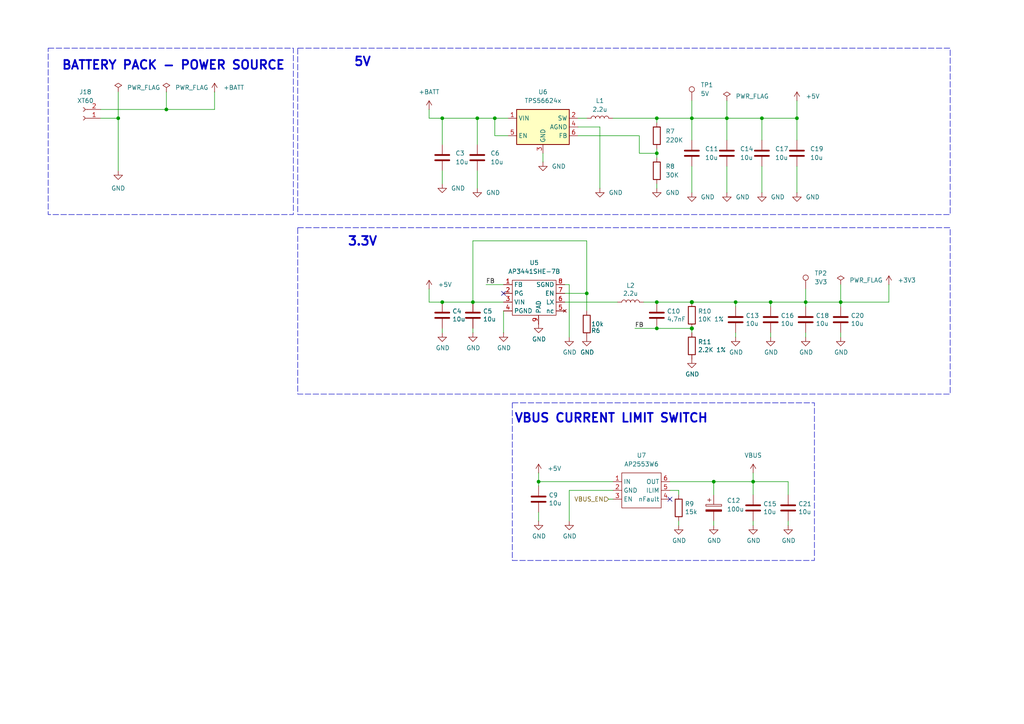
<source format=kicad_sch>
(kicad_sch (version 20250114) (generator "eeschema") (generator_version "9.0")
  (paper "A4")
  (title_block (title "BETA MAIN BOARD - POWER SUPPLY"))
  (lib_symbols
    (symbol "Beta:TPS56624x"
      (property "Reference" "U" (at -7.62 6.35 0))
      (property "Value" "TPS56624x" (at -2.54 6.35 0))
      (symbol "TPS56624x_0_1"
        (rectangle (start -7.62 5.08) (end 7.62 -5.08) (stroke (width 0.254)) (fill (type background)))
      )
      (symbol "TPS56624x_1_1"
        (pin power_in line (at -10.16 2.54 0) (length 2.54) (name "VIN") (number "1"))
        (pin input line (at -10.16 -2.54 0) (length 2.54) (name "EN") (number "5"))
        (pin power_in line (at 0 -7.62 90) (length 2.54) (name "GND") (number "3"))
        (pin output line (at 10.16 2.54 180) (length 2.54) (name "SW") (number "2"))
        (pin passive line (at 10.16 0 180) (length 2.54) (name "AGND") (number "4"))
        (pin input line (at 10.16 -2.54 180) (length 2.54) (name "FB") (number "6"))
      )
    )
    (symbol "CM5IO:AP2553W6"
      (property "Reference" "U" (at 3.81 -6.35 0))
      (property "Value" "AP2553W6" (at -3.81 -6.35 0))
      (symbol "AP2553W6_0_0"
        (pin power_in line (at -8.89 2.54 0) (length 2.54) (name "IN") (number "1"))
        (pin power_in line (at -8.89 0 0) (length 2.54) (name "GND") (number "2"))
        (pin input line (at -8.89 -2.54 0) (length 2.54) (name "EN") (number "3"))
        (pin power_out line (at 7.62 2.54 180) (length 2.54) (name "OUT") (number "6"))
        (pin passive line (at 7.62 0 180) (length 2.54) (name "ILIM") (number "5"))
        (pin open_collector line (at 7.62 -2.54 180) (length 2.54) (name "nFault") (number "4"))
      )
      (symbol "AP2553W6_0_1"
        (rectangle (start -6.35 5.08) (end 5.08 -5.08))
      )
    )
    (symbol "CM5IO:AP3441SHE-7B"
      (property "Reference" "U" (at -6.35 10.16 0))
      (property "Value" "AP3441SHE-7B" (at 0 7.62 0))
      (symbol "AP3441SHE-7B_0_1"
        (rectangle (start -6.35 6.35) (end 6.35 -3.81))
      )
      (symbol "AP3441SHE-7B_1_1"
        (pin passive line (at -8.89 5.08 0) (length 2.54) (name "FB") (number "1"))
        (pin open_collector line (at -8.89 2.54 0) (length 2.54) (name "PG") (number "2"))
        (pin power_in line (at -8.89 0 0) (length 2.54) (name "VIN") (number "3"))
        (pin power_in line (at -8.89 -2.54 0) (length 2.54) (name "PGND") (number "4"))
        (pin input line (at 1.27 -6.35 90) (length 2.54) (name "PAD") (number "9"))
        (pin power_in line (at 8.89 5.08 180) (length 2.54) (name "SGND") (number "8"))
        (pin input line (at 8.89 2.54 180) (length 2.54) (name "EN") (number "7"))
        (pin power_out line (at 8.89 0 180) (length 2.54) (name "LX") (number "6"))
        (pin no_connect line (at 8.89 -2.54 180) (length 2.54) (name "nc") (number "5"))
      )
    )
    (symbol "Connector:Conn_01x02_Socket" (pin_names (offset 1.016) (hide yes))
      (property "Reference" "J" (at 0 2.54 0))
      (property "Value" "Conn_01x02_Socket" (at 0 -5.08 0))
      (symbol "Conn_01x02_Socket_1_1"
        (polyline (pts (xy -1.27 0) (xy -0.508 0)) (stroke (width 0.1524)))
        (polyline (pts (xy -1.27 -2.54) (xy -0.508 -2.54)) (stroke (width 0.1524)))
        (arc (start 0 -0.508) (mid -0.5058 0) (end 0 0.508) (stroke (width 0.1524)))
        (arc (start 0 -3.048) (mid -0.5058 -2.54) (end 0 -2.032) (stroke (width 0.1524)))
        (pin passive line (at -5.08 0 0) (length 3.81) (name "Pin_1") (number "1"))
        (pin passive line (at -5.08 -2.54 0) (length 3.81) (name "Pin_2") (number "2"))
      )
    )
    (symbol "Connector:TestPoint" (pin_numbers (hide yes)) (pin_names (offset 0.762) (hide yes))
      (property "Reference" "TP" (at 0 6.858 0))
      (property "Value" "TestPoint" (at 0 5.08 0))
      (symbol "TestPoint_0_1"
        (circle (center 0 3.302) (radius 0.762))
      )
      (symbol "TestPoint_1_1"
        (pin passive line (at 0 0 90) (length 2.54) (name "1") (number "1"))
      )
    )
    (symbol "Device:C" (pin_numbers (hide yes)) (pin_names (offset 0.254))
      (property "Reference" "C" (at 0.635 2.54 0))
      (property "Value" "C" (at 0.635 -2.54 0))
      (symbol "C_0_1"
        (polyline (pts (xy -2.032 0.762) (xy 2.032 0.762)) (stroke (width 0.508)))
        (polyline (pts (xy -2.032 -0.762) (xy 2.032 -0.762)) (stroke (width 0.508)))
      )
      (symbol "C_1_1"
        (pin passive line (at 0 3.81 270) (length 2.794) (name "~") (number "1"))
        (pin passive line (at 0 -3.81 90) (length 2.794) (name "~") (number "2"))
      )
    )
    (symbol "Device:C_Polarized" (pin_numbers (hide yes)) (pin_names (offset 0.254))
      (property "Reference" "C" (at 0.635 2.54 0))
      (property "Value" "C_Polarized" (at 0.635 -2.54 0))
      (symbol "C_Polarized_0_1"
        (rectangle (start -2.286 0.508) (end 2.286 1.016))
        (polyline (pts (xy -1.778 2.286) (xy -0.762 2.286)))
        (polyline (pts (xy -1.27 2.794) (xy -1.27 1.778)))
        (rectangle (start 2.286 -0.508) (end -2.286 -1.016) (fill (type outline)))
      )
      (symbol "C_Polarized_1_1"
        (pin passive line (at 0 3.81 270) (length 2.794) (name "~") (number "1"))
        (pin passive line (at 0 -3.81 90) (length 2.794) (name "~") (number "2"))
      )
    )
    (symbol "Device:L" (pin_numbers (hide yes)) (pin_names (offset 1.016) (hide yes))
      (property "Reference" "L" (at -1.27 0 90))
      (property "Value" "L" (at 1.905 0 90))
      (symbol "L_0_1"
        (arc (start 0 2.54) (mid 0.6323 1.905) (end 0 1.27))
        (arc (start 0 1.27) (mid 0.6323 0.635) (end 0 0))
        (arc (start 0 0) (mid 0.6323 -0.635) (end 0 -1.27))
        (arc (start 0 -1.27) (mid 0.6323 -1.905) (end 0 -2.54))
      )
      (symbol "L_1_1"
        (pin passive line (at 0 3.81 270) (length 1.27) (name "1") (number "1"))
        (pin passive line (at 0 -3.81 90) (length 1.27) (name "2") (number "2"))
      )
    )
    (symbol "Device:R" (pin_numbers (hide yes)) (pin_names (offset 0))
      (property "Reference" "R" (at 2.032 0 90))
      (property "Value" "R" (at 0 0 90))
      (symbol "R_0_1"
        (rectangle (start -1.016 -2.54) (end 1.016 2.54) (stroke (width 0.254)))
      )
      (symbol "R_1_1"
        (pin passive line (at 0 3.81 270) (length 1.27) (name "~") (number "1"))
        (pin passive line (at 0 -3.81 90) (length 1.27) (name "~") (number "2"))
      )
    )
    (symbol "power:+3V3" (power) (pin_numbers (hide yes)) (pin_names (offset 0) (hide yes))
      (property "Value" "+3V3" (at 0 3.556 0))
      (symbol "+3V3_0_1"
        (polyline (pts (xy -0.762 1.27) (xy 0 2.54)))
        (polyline (pts (xy 0 2.54) (xy 0.762 1.27)))
        (polyline (pts (xy 0 0) (xy 0 2.54)))
      )
      (symbol "+3V3_1_1"
        (pin power_in line (at 0 0 90) (length 0) (name "~") (number "1"))
      )
    )
    (symbol "power:+5V" (power) (pin_numbers (hide yes)) (pin_names (offset 0) (hide yes))
      (property "Value" "+5V" (at 0 3.556 0))
      (symbol "+5V_0_1"
        (polyline (pts (xy -0.762 1.27) (xy 0 2.54)))
        (polyline (pts (xy 0 2.54) (xy 0.762 1.27)))
        (polyline (pts (xy 0 0) (xy 0 2.54)))
      )
      (symbol "+5V_1_1"
        (pin power_in line (at 0 0 90) (length 0) (name "~") (number "1"))
      )
    )
    (symbol "power:+BATT" (power) (pin_numbers (hide yes)) (pin_names (offset 0) (hide yes))
      (property "Value" "+BATT" (at 0 3.556 0))
      (symbol "+BATT_0_1"
        (polyline (pts (xy -0.762 1.27) (xy 0 2.54)))
        (polyline (pts (xy 0 2.54) (xy 0.762 1.27)))
        (polyline (pts (xy 0 0) (xy 0 2.54)))
      )
      (symbol "+BATT_1_1"
        (pin power_in line (at 0 0 90) (length 0) (name "~") (number "1"))
      )
    )
    (symbol "power:GND" (power) (pin_numbers (hide yes)) (pin_names (offset 0) (hide yes))
      (property "Value" "GND" (at 0 -3.81 0))
      (symbol "GND_0_1"
        (polyline (pts (xy 0 0) (xy 0 -1.27) (xy 1.27 -1.27) (xy 0 -2.54) (xy -1.27 -1.27) (xy 0 -1.27)))
      )
      (symbol "GND_1_1"
        (pin power_in line (at 0 0 270) (length 0) (name "~") (number "1"))
      )
    )
    (symbol "power:PWR_FLAG" (power) (pin_numbers (hide yes)) (pin_names (offset 0) (hide yes))
      (property "Value" "PWR_FLAG" (at 0 3.81 0))
      (symbol "PWR_FLAG_0_0"
        (pin power_out line (at 0 0 90) (length 0) (name "~") (number "1"))
      )
      (symbol "PWR_FLAG_0_1"
        (polyline (pts (xy 0 0) (xy 0 1.27) (xy -1.016 1.905) (xy 0 2.54) (xy 1.016 1.905) (xy 0 1.27)))
      )
    )
    (symbol "power:VBUS" (power) (pin_numbers (hide yes)) (pin_names (offset 0) (hide yes))
      (property "Value" "VBUS" (at 0 3.556 0))
      (symbol "VBUS_0_1"
        (polyline (pts (xy -0.762 1.27) (xy 0 2.54)))
        (polyline (pts (xy 0 2.54) (xy 0.762 1.27)))
        (polyline (pts (xy 0 0) (xy 0 2.54)))
      )
      (symbol "VBUS_1_1"
        (pin power_in line (at 0 0 90) (length 0) (name "~") (number "1"))
      )
    )
  )
  (rectangle (start 86.36 13.97) (end 275.59 62.23) (stroke (width 0) (type dash)))
  (rectangle (start 13.97 13.97) (end 85.09 62.23) (stroke (width 0) (type dash)))
  (rectangle (start 148.59 116.84) (end 236.22 162.56) (stroke (width 0) (type dash)))
  (rectangle (start 86.36 66.04) (end 275.59 114.3) (stroke (width 0) (type dash)))
  (text "VBUS CURRENT LIMIT SWITCH" (at 177.292 121.412 0) (effects (font (size 2.54 2.54) (thickness 0.508) (bold yes))))
  (text "3.3V" (at 105.156 70.104 0) (effects (font (size 2.54 2.54) (thickness 0.508) (bold yes))))
  (text "BATTERY PACK - POWER SOURCE" (at 50.292 19.05 0) (effects (font (size 2.54 2.54) (thickness 0.508) (bold yes))))
  (text "5V" (at 105.156 18.034 0) (effects (font (size 2.54 2.54) (thickness 0.508) (bold yes))))
  (junction (at 190.5 95.25))
  (junction (at 200.66 87.63) (diameter 1.016))
  (junction (at 233.68 87.63))
  (junction (at 138.43 34.29))
  (junction (at 190.5 44.45))
  (junction (at 34.29 34.29))
  (junction (at 210.82 34.29))
  (junction (at 231.14 34.29))
  (junction (at 156.21 139.7))
  (junction (at 128.27 34.29))
  (junction (at 190.5 87.63))
  (junction (at 190.5 34.29))
  (junction (at 213.36 87.63))
  (junction (at 143.51 34.29))
  (junction (at 128.27 87.63))
  (junction (at 207.01 139.7))
  (junction (at 137.16 87.63))
  (junction (at 218.44 139.7))
  (junction (at 170.18 85.09))
  (junction (at 243.84 87.63))
  (junction (at 48.26 31.75))
  (junction (at 200.66 34.29))
  (junction (at 223.52 87.63))
  (junction (at 200.66 95.25) (diameter 1.016))
  (junction (at 220.98 34.29))
  (no_connect (at 194.31 144.78))
  (no_connect (at 146.05 85.09))
  (wire (pts (xy 163.83 87.63) (xy 179.07 87.63)))
  (wire (pts (xy 124.46 34.29) (xy 124.46 31.75)))
  (wire (pts (xy 213.36 87.63) (xy 223.52 87.63)))
  (wire (pts (xy 190.5 53.34) (xy 190.5 54.61)))
  (wire (pts (xy 220.98 34.29) (xy 231.14 34.29)))
  (wire (pts (xy 163.83 82.55) (xy 165.1 82.55)))
  (wire (pts (xy 138.43 34.29) (xy 143.51 34.29)))
  (wire (pts (xy 220.98 48.26) (xy 220.98 55.88)))
  (wire (pts (xy 167.64 36.83) (xy 173.99 36.83)))
  (wire (pts (xy 196.85 143.51) (xy 196.85 142.24)))
  (wire (pts (xy 233.68 83.82) (xy 233.68 87.63)))
  (wire (pts (xy 243.84 96.52) (xy 243.84 97.79)))
  (wire (pts (xy 207.01 151.13) (xy 207.01 152.4)))
  (wire (pts (xy 200.66 34.29) (xy 200.66 40.64)))
  (wire (pts (xy 228.6 139.7) (xy 218.44 139.7)))
  (wire (pts (xy 223.52 87.63) (xy 233.68 87.63)))
  (wire (pts (xy 190.5 95.25) (xy 200.66 95.25)))
  (wire (pts (xy 207.01 139.7) (xy 207.01 143.51)))
  (wire (pts (xy 138.43 34.29) (xy 138.43 41.91)))
  (wire (pts (xy 176.53 144.78) (xy 177.8 144.78)))
  (wire (pts (xy 177.8 34.29) (xy 190.5 34.29)))
  (wire (pts (xy 231.14 34.29) (xy 231.14 29.21)))
  (wire (pts (xy 48.26 26.67) (xy 48.26 31.75)))
  (wire (pts (xy 184.15 95.25) (xy 190.5 95.25)))
  (wire (pts (xy 218.44 139.7) (xy 218.44 137.16)))
  (wire (pts (xy 143.51 34.29) (xy 147.32 34.29)))
  (wire (pts (xy 200.66 29.21) (xy 200.66 34.29)))
  (wire (pts (xy 231.14 48.26) (xy 231.14 55.88)))
  (wire (pts (xy 124.46 87.63) (xy 128.27 87.63)))
  (wire (pts (xy 190.5 35.56) (xy 190.5 34.29)))
  (wire (pts (xy 128.27 34.29) (xy 138.43 34.29)))
  (wire (pts (xy 165.1 82.55) (xy 165.1 97.79)))
  (wire (pts (xy 200.66 96.52) (xy 200.66 95.25)))
  (wire (pts (xy 156.21 137.16) (xy 156.21 139.7)))
  (wire (pts (xy 210.82 34.29) (xy 220.98 34.29)))
  (wire (pts (xy 167.64 39.37) (xy 185.42 39.37)))
  (wire (pts (xy 243.84 87.63) (xy 257.81 87.63)))
  (wire (pts (xy 140.97 82.55) (xy 146.05 82.55)))
  (wire (pts (xy 228.6 151.13) (xy 228.6 152.4)))
  (wire (pts (xy 128.27 49.53) (xy 128.27 53.34)))
  (wire (pts (xy 128.27 87.63) (xy 137.16 87.63)))
  (wire (pts (xy 137.16 87.63) (xy 146.05 87.63)))
  (wire (pts (xy 163.83 85.09) (xy 170.18 85.09)))
  (wire (pts (xy 138.43 49.53) (xy 138.43 54.61)))
  (wire (pts (xy 156.21 148.59) (xy 156.21 151.13)))
  (wire (pts (xy 231.14 34.29) (xy 231.14 40.64)))
  (wire (pts (xy 196.85 151.13) (xy 196.85 152.4)))
  (wire (pts (xy 143.51 39.37) (xy 147.32 39.37)))
  (wire (pts (xy 156.21 139.7) (xy 156.21 140.97)))
  (wire (pts (xy 137.16 69.85) (xy 170.18 69.85)))
  (wire (pts (xy 185.42 44.45) (xy 190.5 44.45)))
  (wire (pts (xy 167.64 34.29) (xy 170.18 34.29)))
  (wire (pts (xy 165.1 142.24) (xy 177.8 142.24)))
  (wire (pts (xy 62.23 31.75) (xy 62.23 26.67)))
  (wire (pts (xy 200.66 48.26) (xy 200.66 55.88)))
  (wire (pts (xy 157.48 44.45) (xy 157.48 46.99)))
  (wire (pts (xy 165.1 151.13) (xy 165.1 142.24)))
  (wire (pts (xy 128.27 95.25) (xy 128.27 96.52)))
  (wire (pts (xy 173.99 36.83) (xy 173.99 54.61)))
  (wire (pts (xy 194.31 139.7) (xy 207.01 139.7)))
  (wire (pts (xy 124.46 34.29) (xy 128.27 34.29)))
  (wire (pts (xy 128.27 34.29) (xy 128.27 41.91)))
  (wire (pts (xy 124.46 87.63) (xy 124.46 83.82)))
  (wire (pts (xy 218.44 139.7) (xy 207.01 139.7)))
  (wire (pts (xy 186.69 87.63) (xy 190.5 87.63)))
  (wire (pts (xy 213.36 88.9) (xy 213.36 87.63)))
  (wire (pts (xy 233.68 87.63) (xy 233.68 88.9)))
  (wire (pts (xy 190.5 34.29) (xy 200.66 34.29)))
  (wire (pts (xy 170.18 85.09) (xy 170.18 90.17)))
  (wire (pts (xy 170.18 69.85) (xy 170.18 85.09)))
  (wire (pts (xy 223.52 87.63) (xy 223.52 88.9)))
  (wire (pts (xy 243.84 82.55) (xy 243.84 87.63)))
  (wire (pts (xy 196.85 142.24) (xy 194.31 142.24)))
  (wire (pts (xy 190.5 44.45) (xy 190.5 45.72)))
  (wire (pts (xy 213.36 97.79) (xy 213.36 96.52)))
  (wire (pts (xy 34.29 34.29) (xy 29.21 34.29)))
  (wire (pts (xy 190.5 87.63) (xy 200.66 87.63)))
  (wire (pts (xy 177.8 139.7) (xy 156.21 139.7)))
  (wire (pts (xy 218.44 151.13) (xy 218.44 152.4)))
  (wire (pts (xy 210.82 29.21) (xy 210.82 34.29)))
  (wire (pts (xy 243.84 87.63) (xy 243.84 88.9)))
  (wire (pts (xy 34.29 26.67) (xy 34.29 34.29)))
  (wire (pts (xy 190.5 43.18) (xy 190.5 44.45)))
  (wire (pts (xy 29.21 31.75) (xy 48.26 31.75)))
  (wire (pts (xy 200.66 34.29) (xy 210.82 34.29)))
  (wire (pts (xy 143.51 34.29) (xy 143.51 39.37)))
  (wire (pts (xy 210.82 34.29) (xy 210.82 40.64)))
  (wire (pts (xy 243.84 87.63) (xy 233.68 87.63)))
  (wire (pts (xy 233.68 96.52) (xy 233.68 97.79)))
  (wire (pts (xy 34.29 49.53) (xy 34.29 34.29)))
  (wire (pts (xy 185.42 39.37) (xy 185.42 44.45)))
  (wire (pts (xy 210.82 48.26) (xy 210.82 55.88)))
  (wire (pts (xy 137.16 95.25) (xy 137.16 96.52)))
  (wire (pts (xy 223.52 96.52) (xy 223.52 97.79)))
  (wire (pts (xy 200.66 87.63) (xy 213.36 87.63)))
  (wire (pts (xy 257.81 87.63) (xy 257.81 82.55)))
  (wire (pts (xy 220.98 34.29) (xy 220.98 40.64)))
  (wire (pts (xy 218.44 143.51) (xy 218.44 139.7)))
  (wire (pts (xy 137.16 69.85) (xy 137.16 87.63)))
  (wire (pts (xy 228.6 143.51) (xy 228.6 139.7)))
  (wire (pts (xy 48.26 31.75) (xy 62.23 31.75)))
  (wire (pts (xy 146.05 96.52) (xy 146.05 90.17)))
  (label "FB" (at 140.97 82.55 0))
  (label "FB" (at 184.15 95.25 0))
  (hierarchical_label "VBUS_EN" (shape input) (at 176.53 144.78 180))
  (symbol (lib_id "Device:R") (at 190.5 49.53 0) (unit 1)
    (property "Reference" "R8" (at 193.04 48.2599 0) (effects (justify left)))
    (property "Value" "30K" (at 193.04 50.7999 0) (effects (justify left)))
    (property "Footprint" "Resistor_SMD:R_0603_1608Metric" (effects (hide yes)))
    (property "Description" "Resistor" (effects (hide yes)))
    (property "DigiKey_Part_Number" "311-30KGRTR-ND" (effects (hide yes)))
    (property "MANUFACTURER" "YAGEO" (effects (hide yes)))
    (property "MP" "RC0603JR-0730KL" (effects (hide yes)))
  )
  (symbol (lib_id "Device:C") (at 233.68 92.71 0) (unit 1)
    (property "Reference" "C18" (at 236.601 91.5416 0) (effects (justify left)))
    (property "Value" "10u" (at 236.601 93.853 0) (effects (justify left)))
    (property "Footprint" "Capacitor_SMD:C_0603_1608Metric" (effects (hide yes)))
    (property "Description" "Unpolarized capacitor" (effects (hide yes)))
    (property "Field4" "Digikey" (effects (hide yes)))
    (property "Field5" "490-14381-1-ND" (effects (hide yes)))
    (property "Field6" "GRM21BR71A106KA73L" (effects (hide yes)))
    (property "Field7" "Murata" (effects (hide yes)))
    (property "Field8" "111893011" (effects (hide yes)))
    (property "Part Description" "	10uF 10% 10V Ceramic Capacitor X7R 0805 (2012 Metric)" (effects (hide yes)))
    (property "DigiKey_Part_Number" "478-KGM15CS61C106KTDKR-ND" (effects (hide yes)))
    (property "MANUFACTURER" "KYOCERA AVX" (effects (hide yes)))
    (property "MP" "0603YW106KAT2A" (effects (hide yes)))
  )
  (symbol (lib_id "Device:L") (at 173.99 34.29 90) (unit 1)
    (property "Reference" "L1" (at 173.99 29.21 90))
    (property "Value" "2.2u" (at 173.99 31.75 90))
    (property "Footprint" "CM5IO:L_Bourns_SRP5030CC" (effects (hide yes)))
    (property "Description" "Inductor" (effects (hide yes)))
    (property "DigiKey_Part_Number" "118-SRP5030CC-2R2MDKR-ND" (effects (hide yes)))
    (property "MANUFACTURER" "Bourns Inc." (effects (hide yes)))
    (property "MP" "SRP5030CC-2R2M" (effects (hide yes)))
  )
  (symbol (lib_id "power:GND") (at 233.68 97.79 0) (unit 1)
    (property "Reference" "#PWR0119" (effects (hide yes)))
    (property "Value" "GND" (at 233.807 102.1842 0))
    (property "Description" "Power symbol creates a global label with name \"GND\" , ground" (effects (hide yes)))
  )
  (symbol (lib_id "Device:C") (at 137.16 91.44 0) (unit 1)
    (property "Reference" "C5" (at 140.081 90.2716 0) (effects (justify left)))
    (property "Value" "10u" (at 140.081 92.583 0) (effects (justify left)))
    (property "Footprint" "Capacitor_SMD:C_0603_1608Metric" (effects (hide yes)))
    (property "Description" "Unpolarized capacitor" (effects (hide yes)))
    (property "Field4" "Digikey" (effects (hide yes)))
    (property "Field5" "490-14381-1-ND" (effects (hide yes)))
    (property "Field6" "GRM21BR71A106KA73L" (effects (hide yes)))
    (property "Field7" "Murata" (effects (hide yes)))
    (property "Field8" "111893011" (effects (hide yes)))
    (property "Part Description" "	10uF 10% 10V Ceramic Capacitor X7R 0805 (2012 Metric)" (effects (hide yes)))
    (property "DigiKey_Part_Number" "478-KGM15CS61C106KTDKR-ND" (effects (hide yes)))
    (property "MANUFACTURER" "KYOCERA AVX" (effects (hide yes)))
    (property "MP" "0603YW106KAT2A" (effects (hide yes)))
  )
  (symbol (lib_id "power:+BATT") (at 124.46 31.75 0) (unit 1)
    (property "Reference" "#PWR092" (effects (hide yes)))
    (property "Value" "+BATT" (at 124.46 26.67 0))
    (property "Description" "Power symbol creates a global label with name \"+BATT\"" (effects (hide yes)))
  )
  (symbol (lib_id "power:GND") (at 196.85 152.4 0) (unit 1)
    (property "Reference" "#PWR0109" (effects (hide yes)))
    (property "Value" "GND" (at 196.977 156.7942 0))
    (property "Description" "Power symbol creates a global label with name \"GND\" , ground" (effects (hide yes)))
  )
  (symbol (lib_id "power:GND") (at 157.48 46.99 0) (unit 1)
    (property "Reference" "#PWR0103" (effects (hide yes)))
    (property "Value" "GND" (at 160.02 48.2599 0) (effects (justify left)))
    (property "Description" "Power symbol creates a global label with name \"GND\" , ground" (effects (hide yes)))
  )
  (symbol (lib_id "Device:R") (at 196.85 147.32 0) (unit 1)
    (property "Reference" "R9" (at 198.628 146.1516 0) (effects (justify left)))
    (property "Value" "15k" (at 198.628 148.463 0) (effects (justify left)))
    (property "Footprint" "Resistor_SMD:R_0603_1608Metric" (effects (hide yes)))
    (property "Description" "Resistor" (effects (hide yes)))
    (property "Field4" "Farnell" (effects (hide yes)))
    (property "Part Description" "Resistor 2.2K M1005 1% 63mW" (effects (hide yes)))
    (property "DigiKey_Part_Number" "311-15KGRTR-ND" (effects (hide yes)))
    (property "MANUFACTURER" "YAGEO" (effects (hide yes)))
    (property "MP" "RC0603JR-0715KL" (effects (hide yes)))
  )
  (symbol (lib_id "power:GND") (at 156.21 151.13 0) (unit 1)
    (property "Reference" "#PWR0102" (effects (hide yes)))
    (property "Value" "GND" (at 156.337 155.5242 0))
    (property "Description" "Power symbol creates a global label with name \"GND\" , ground" (effects (hide yes)))
  )
  (symbol (lib_id "power:GND") (at 137.16 96.52 0) (unit 1)
    (property "Reference" "#PWR095" (effects (hide yes)))
    (property "Value" "GND" (at 137.287 100.9142 0))
    (property "Description" "Power symbol creates a global label with name \"GND\" , ground" (effects (hide yes)))
  )
  (symbol (lib_id "power:GND") (at 138.43 54.61 0) (unit 1)
    (property "Reference" "#PWR096" (effects (hide yes)))
    (property "Value" "GND" (at 140.97 55.8799 0) (effects (justify left)))
    (property "Description" "Power symbol creates a global label with name \"GND\" , ground" (effects (hide yes)))
  )
  (symbol (lib_id "power:GND") (at 243.84 97.79 0) (unit 1)
    (property "Reference" "#PWR0121" (effects (hide yes)))
    (property "Value" "GND" (at 243.967 102.1842 0))
    (property "Description" "Power symbol creates a global label with name \"GND\" , ground" (effects (hide yes)))
  )
  (symbol (lib_id "power:PWR_FLAG") (at 210.82 29.21 0) (unit 1)
    (property "Reference" "#FLG03" (effects (hide yes)))
    (property "Value" "PWR_FLAG" (at 213.36 27.9399 0) (effects (justify left)))
    (property "Description" "Special symbol for telling ERC where power comes from" (effects (hide yes)))
  )
  (symbol (lib_id "power:PWR_FLAG") (at 243.84 82.55 0) (unit 1)
    (property "Reference" "#FLG04" (effects (hide yes)))
    (property "Value" "PWR_FLAG" (at 246.38 81.2799 0) (effects (justify left)))
    (property "Description" "Special symbol for telling ERC where power comes from" (effects (hide yes)))
  )
  (symbol (lib_id "Device:C_Polarized") (at 207.01 147.32 0) (unit 1)
    (property "Reference" "C12" (at 210.82 145.1609 0) (effects (justify left)))
    (property "Value" "100u" (at 210.82 147.7009 0) (effects (justify left)))
    (property "Footprint" "Capacitor_SMD:CP_Elec_6.3x5.7" (effects (hide yes)))
    (property "Description" "Polarized capacitor" (effects (hide yes)))
    (property "DigiKey_Part_Number" "565-EMHJ160ARA101MF80GTR-ND" (effects (hide yes)))
    (property "MANUFACTURER" "Chemi-Con" (effects (hide yes)))
    (property "MP" "RKS1E221MCNAHHGS" (effects (hide yes)))
  )
  (symbol (lib_id "CM5IO:AP2553W6") (at 186.69 142.24 0) (unit 1)
    (property "Reference" "U7" (at 186.055 132.08 0))
    (property "Value" "AP2553W6" (at 186.055 134.62 0))
    (property "Footprint" "Package_TO_SOT_SMD:SOT-23-6" (effects (hide yes)))
    (property "Datasheet" "https://www.diodes.com/assets/Datasheets/AP255x.pdf" (effects (hide yes)))
    (property "Field4" "Digikey" (effects (hide yes)))
    (property "Field5" "AP2553W6-7DICT-ND" (effects (hide yes)))
    (property "DigiKey_Part_Number" "AP2553W6-7DIDKR-ND" (effects (hide yes)))
    (property "MANUFACTURER" "Diodes Incorporated" (effects (hide yes)))
    (property "MP" "AP2553W6-7" (effects (hide yes)))
  )
  (symbol (lib_id "Device:L") (at 182.88 87.63 90) (unit 1)
    (property "Reference" "L2" (at 182.88 82.804 90))
    (property "Value" "2.2u" (at 182.88 85.1154 90))
    (property "Footprint" "CM5IO:L_Bourns_SRP5030CC" (effects (hide yes)))
    (property "Description" "Inductor" (effects (hide yes)))
    (property "Field6" "SRP5030CC-2R2M" (effects (hide yes)))
    (property "Field7" "Bourns" (effects (hide yes)))
    (property "Part Description" "Inductor, SMT, 2520, 2u2, IRMS=7A, ISAT=8A, DCR=0.032R" (effects (hide yes)))
    (property "Field5" "SRP5030CC-2R2M" (effects (hide yes)))
    (property "DigiKey_Part_Number" "118-SRP5030CC-2R2MDKR-ND" (effects (hide yes)))
    (property "MANUFACTURER" "Bourns Inc." (effects (hide yes)))
    (property "MP" "SRP5030CC-2R2M" (effects (hide yes)))
  )
  (symbol (lib_id "power:GND") (at 146.05 96.52 0) (unit 1)
    (property "Reference" "#PWR099" (effects (hide yes)))
    (property "Value" "GND" (at 146.177 100.9142 0))
    (property "Description" "Power symbol creates a global label with name \"GND\" , ground" (effects (hide yes)))
  )
  (symbol (lib_id "Device:R") (at 200.66 91.44 0) (unit 1)
    (property "Reference" "R10" (at 202.438 90.2716 0) (effects (justify left)))
    (property "Value" "10K 1%" (at 202.438 92.583 0) (effects (justify left)))
    (property "Footprint" "Resistor_SMD:R_0603_1608Metric" (effects (hide yes)))
    (property "Description" "Resistor" (effects (hide yes)))
    (property "Field4" "Farnell" (effects (hide yes)))
    (property "Field7" "Rohm" (effects (hide yes)))
    (property "Field6" "MCR01MZPF1002" (effects (hide yes)))
    (property "Part Description" "Resistor 10K M1005 1% 63mW" (effects (hide yes)))
    (property "DigiKey_Part_Number" "311-10.0KHRDKR-ND" (effects (hide yes)))
    (property "MANUFACTURER" "YAGEO" (effects (hide yes)))
    (property "MP" "RC0603FR-0710KL" (effects (hide yes)))
  )
  (symbol (lib_id "Connector:TestPoint") (at 200.66 29.21 0) (unit 1) (in_bom no)
    (property "Reference" "TP1" (at 203.2 24.6379 0) (effects (justify left)))
    (property "Value" "5V" (at 203.2 27.1779 0) (effects (justify left)))
    (property "Footprint" "TestPoint:TestPoint_Pad_D1.0mm" (effects (hide yes)))
    (property "Description" "test point" (effects (hide yes)))
  )
  (symbol (lib_id "Device:C") (at 200.66 44.45 0) (unit 1)
    (property "Reference" "C11" (at 204.47 43.1799 0) (effects (justify left)))
    (property "Value" "10u" (at 204.47 45.7199 0) (effects (justify left)))
    (property "Footprint" "Capacitor_SMD:C_0603_1608Metric" (effects (hide yes)))
    (property "Description" "Unpolarized capacitor" (effects (hide yes)))
    (property "DigiKey_Part_Number" "478-KAM15CT70G226KTDKR-ND" (effects (hide yes)))
    (property "MANUFACTURER" "KYOCERA AVX" (effects (hide yes)))
    (property "MP" "KAM15CT70G226KT" (effects (hide yes)))
  )
  (symbol (lib_id "Device:R") (at 170.18 93.98 0) (unit 1)
    (property "Reference" "R6" (at 171.45 95.885 0) (effects (justify left)))
    (property "Value" "10k" (at 171.45 93.98 0) (effects (justify left)))
    (property "Footprint" "Resistor_SMD:R_0603_1608Metric" (effects (hide yes)))
    (property "Description" "Resistor" (effects (hide yes)))
    (property "Field4" "Farnell" (effects (hide yes)))
    (property "Field6" "MCR01MZPF1003" (effects (hide yes)))
    (property "Field7" "Rohm" (effects (hide yes)))
    (property "Part Description" "Resistor 100K M1005 1% 63mW" (effects (hide yes)))
    (property "DigiKey_Part_Number" "311-100KHRCT-ND" (effects (hide yes)))
    (property "MANUFACTURER" "YAGEO" (effects (hide yes)))
    (property "MP" "RC0603FR-07100KL" (effects (hide yes)))
  )
  (symbol (lib_id "Device:R") (at 200.66 100.33 0) (unit 1)
    (property "Reference" "R11" (at 202.438 99.1616 0) (effects (justify left)))
    (property "Value" "2.2K 1%" (at 202.438 101.473 0) (effects (justify left)))
    (property "Footprint" "Resistor_SMD:R_0603_1608Metric" (effects (hide yes)))
    (property "Description" "Resistor" (effects (hide yes)))
    (property "Field4" "Farnell" (effects (hide yes)))
    (property "Part Description" "Resistor 2.2K M1005 1% 63mW" (effects (hide yes)))
    (property "DigiKey_Part_Number" "311-2.20KHRCT-ND" (effects (hide yes)))
    (property "MANUFACTURER" "YAGEO" (effects (hide yes)))
    (property "MP" "RC0603FR-072K2L" (effects (hide yes)))
  )
  (symbol (lib_id "Device:C") (at 128.27 91.44 0) (unit 1)
    (property "Reference" "C4" (at 131.191 90.2716 0) (effects (justify left)))
    (property "Value" "10u" (at 131.191 92.583 0) (effects (justify left)))
    (property "Footprint" "Capacitor_SMD:C_0603_1608Metric" (effects (hide yes)))
    (property "Description" "Unpolarized capacitor" (effects (hide yes)))
    (property "Field4" "Digikey" (effects (hide yes)))
    (property "Field5" "490-14381-1-ND" (effects (hide yes)))
    (property "Field6" "GRM21BR71A106KA73L" (effects (hide yes)))
    (property "Field7" "Murata" (effects (hide yes)))
    (property "Field8" "111893011" (effects (hide yes)))
    (property "Part Description" "	10uF 10% 10V Ceramic Capacitor X7R 0805 (2012 Metric)" (effects (hide yes)))
    (property "DigiKey_Part_Number" "478-KGM15CS61C106KTDKR-ND" (effects (hide yes)))
    (property "MANUFACTURER" "KYOCERA AVX" (effects (hide yes)))
    (property "MP" "0603YW106KAT2A" (effects (hide yes)))
  )
  (symbol (lib_id "power:+BATT") (at 62.23 26.67 0) (unit 1)
    (property "Reference" "#PWR090" (effects (hide yes)))
    (property "Value" "+BATT" (at 64.77 25.3999 0) (effects (justify left)))
    (property "Description" "Power symbol creates a global label with name \"+BATT\"" (effects (hide yes)))
  )
  (symbol (lib_id "CM5IO:AP3441SHE-7B") (at 154.94 87.63 0) (unit 1)
    (property "Reference" "U5" (at 154.94 76.2 0))
    (property "Value" "AP3441SHE-7B" (at 154.94 78.74 0))
    (property "Footprint" "Package_DFN_QFN:DFN-8-1EP_2x2mm_P0.5mm_EP1.05x1.75mm" (effects (hide yes)))
    (property "Datasheet" "https://www.diodes.com/assets/Datasheets/AP3441-L.pdf" (effects (hide yes)))
    (property "Field5" "AP3441SHE-7B" (effects (hide yes)))
    (property "Field6" "AP3441SHE-7B" (effects (hide yes)))
    (property "Field7" "Diodes" (effects (hide yes)))
    (property "Part Description" "3A DC-DC converter" (effects (hide yes)))
    (property "DigiKey_Part_Number" "AP3441SHE-7BDIDKR-ND" (effects (hide yes)))
    (property "MANUFACTURER" "Diodes Incorporated" (effects (hide yes)))
    (property "MP" "AP3441SHE-7B" (effects (hide yes)))
  )
  (symbol (lib_id "Device:C") (at 210.82 44.45 0) (unit 1)
    (property "Reference" "C14" (at 214.63 43.1799 0) (effects (justify left)))
    (property "Value" "10u" (at 214.63 45.7199 0) (effects (justify left)))
    (property "Footprint" "Capacitor_SMD:C_0603_1608Metric" (effects (hide yes)))
    (property "Description" "Unpolarized capacitor" (effects (hide yes)))
    (property "DigiKey_Part_Number" "478-KAM15CT70G226KTDKR-ND" (effects (hide yes)))
    (property "MANUFACTURER" "KYOCERA AVX" (effects (hide yes)))
    (property "MP" "KAM15CT70G226KT" (effects (hide yes)))
  )
  (symbol (lib_id "Device:C") (at 213.36 92.71 0) (unit 1)
    (property "Reference" "C13" (at 216.281 91.5416 0) (effects (justify left)))
    (property "Value" "10u" (at 216.281 93.853 0) (effects (justify left)))
    (property "Footprint" "Capacitor_SMD:C_0603_1608Metric" (effects (hide yes)))
    (property "Description" "Unpolarized capacitor" (effects (hide yes)))
    (property "Field4" "Digikey" (effects (hide yes)))
    (property "Field5" "490-14381-1-ND" (effects (hide yes)))
    (property "Field6" "GRM21BR71A106KA73L" (effects (hide yes)))
    (property "Field7" "Murata" (effects (hide yes)))
    (property "Field8" "111893011" (effects (hide yes)))
    (property "Part Description" "	10uF 10% 10V Ceramic Capacitor X7R 0805 (2012 Metric)" (effects (hide yes)))
    (property "DigiKey_Part_Number" "478-KGM15CS61C106KTDKR-ND" (effects (hide yes)))
    (property "MANUFACTURER" "KYOCERA AVX" (effects (hide yes)))
    (property "MP" "0603YW106KAT2A" (effects (hide yes)))
  )
  (symbol (lib_id "power:+5V") (at 156.21 137.16 0) (unit 1)
    (property "Reference" "#PWR0101" (effects (hide yes)))
    (property "Value" "+5V" (at 158.75 135.8899 0) (effects (justify left)))
    (property "Description" "Power symbol creates a global label with name \"+5V\"" (effects (hide yes)))
  )
  (symbol (lib_id "power:PWR_FLAG") (at 34.29 26.67 0) (unit 1)
    (property "Reference" "#FLG01" (effects (hide yes)))
    (property "Value" "PWR_FLAG" (at 36.83 25.3999 0) (effects (justify left)))
    (property "Description" "Special symbol for telling ERC where power comes from" (effects (hide yes)))
  )
  (symbol (lib_id "power:GND") (at 128.27 96.52 0) (unit 1)
    (property "Reference" "#PWR094" (effects (hide yes)))
    (property "Value" "GND" (at 128.397 100.9142 0))
    (property "Description" "Power symbol creates a global label with name \"GND\" , ground" (effects (hide yes)))
  )
  (symbol (lib_id "Device:C") (at 220.98 44.45 0) (unit 1)
    (property "Reference" "C17" (at 224.79 43.1799 0) (effects (justify left)))
    (property "Value" "10u" (at 224.79 45.7199 0) (effects (justify left)))
    (property "Footprint" "Capacitor_SMD:C_0603_1608Metric" (effects (hide yes)))
    (property "Description" "Unpolarized capacitor" (effects (hide yes)))
    (property "DigiKey_Part_Number" "478-KAM15CT70G226KTDKR-ND" (effects (hide yes)))
    (property "MANUFACTURER" "KYOCERA AVX" (effects (hide yes)))
    (property "MP" "KAM15CT70G226KT" (effects (hide yes)))
  )
  (symbol (lib_id "power:GND") (at 220.98 55.88 0) (unit 1)
    (property "Reference" "#PWR0118" (effects (hide yes)))
    (property "Value" "GND" (at 223.52 57.1499 0) (effects (justify left)))
    (property "Description" "Power symbol creates a global label with name \"GND\" , ground" (effects (hide yes)))
  )
  (symbol (lib_id "Device:C") (at 228.6 147.32 0) (unit 1)
    (property "Reference" "C21" (at 231.521 146.1516 0) (effects (justify left)))
    (property "Value" "10u" (at 231.521 148.463 0) (effects (justify left)))
    (property "Footprint" "Capacitor_SMD:C_0603_1608Metric" (effects (hide yes)))
    (property "Description" "Unpolarized capacitor" (effects (hide yes)))
    (property "Field4" "Digikey" (effects (hide yes)))
    (property "Field5" "490-14381-1-ND" (effects (hide yes)))
    (property "Field6" "GRM21BR71A106KA73L" (effects (hide yes)))
    (property "Field7" "Murata" (effects (hide yes)))
    (property "Field8" "111893011" (effects (hide yes)))
    (property "Part Description" "	10uF 10% 10V Ceramic Capacitor X7R 0805 (2012 Metric)" (effects (hide yes)))
    (property "DigiKey_Part_Number" "478-KGM15CS61C106KTDKR-ND" (effects (hide yes)))
    (property "MANUFACTURER" "KYOCERA AVX" (effects (hide yes)))
    (property "MP" "0603YW106KAT2A" (effects (hide yes)))
  )
  (symbol (lib_id "power:GND") (at 210.82 55.88 0) (unit 1)
    (property "Reference" "#PWR0114" (effects (hide yes)))
    (property "Value" "GND" (at 213.36 57.1499 0) (effects (justify left)))
    (property "Description" "Power symbol creates a global label with name \"GND\" , ground" (effects (hide yes)))
  )
  (symbol (lib_id "power:GND") (at 34.29 49.53 0) (unit 1)
    (property "Reference" "#PWR088" (effects (hide yes)))
    (property "Value" "GND" (at 34.29 54.61 0))
    (property "Description" "Power symbol creates a global label with name \"GND\" , ground" (effects (hide yes)))
  )
  (symbol (lib_id "power:GND") (at 170.18 97.79 0) (unit 1)
    (property "Reference" "#PWR0106" (effects (hide yes)))
    (property "Value" "GND" (at 170.307 102.1842 0))
    (property "Description" "Power symbol creates a global label with name \"GND\" , ground" (effects (hide yes)))
  )
  (symbol (lib_id "Device:C") (at 138.43 45.72 0) (unit 1)
    (property "Reference" "C6" (at 142.24 44.4499 0) (effects (justify left)))
    (property "Value" "10u" (at 142.24 46.9899 0) (effects (justify left)))
    (property "Footprint" "Capacitor_SMD:C_0603_1608Metric" (effects (hide yes)))
    (property "Description" "Unpolarized capacitor" (effects (hide yes)))
    (property "DigiKey_Part_Number" "478-KGM15CS61C106KTDKR-ND" (effects (hide yes)))
    (property "MANUFACTURER" "KYOCERA AVX" (effects (hide yes)))
    (property "MP" "0603YW106KAT2A" (effects (hide yes)))
  )
  (symbol (lib_id "power:GND") (at 200.66 104.14 0) (unit 1)
    (property "Reference" "#PWR0111" (effects (hide yes)))
    (property "Value" "GND" (at 200.787 108.5342 0))
    (property "Description" "Power symbol creates a global label with name \"GND\" , ground" (effects (hide yes)))
  )
  (symbol (lib_id "power:GND") (at 200.66 55.88 0) (unit 1)
    (property "Reference" "#PWR0110" (effects (hide yes)))
    (property "Value" "GND" (at 203.2 57.1499 0) (effects (justify left)))
    (property "Description" "Power symbol creates a global label with name \"GND\" , ground" (effects (hide yes)))
  )
  (symbol (lib_id "power:GND") (at 231.14 55.88 0) (unit 1)
    (property "Reference" "#PWR0120" (effects (hide yes)))
    (property "Value" "GND" (at 233.68 57.1499 0) (effects (justify left)))
    (property "Description" "Power symbol creates a global label with name \"GND\" , ground" (effects (hide yes)))
  )
  (symbol (lib_id "power:+3V3") (at 257.81 82.55 0) (unit 1)
    (property "Reference" "#PWR0123" (effects (hide yes)))
    (property "Value" "+3V3" (at 260.35 81.2799 0) (effects (justify left)))
    (property "Description" "Power symbol creates a global label with name \"+3V3\"" (effects (hide yes)))
  )
  (symbol (lib_id "Device:R") (at 190.5 39.37 0) (unit 1)
    (property "Reference" "R7" (at 193.04 38.0999 0) (effects (justify left)))
    (property "Value" "220K" (at 193.04 40.6399 0) (effects (justify left)))
    (property "Footprint" "Resistor_SMD:R_0603_1608Metric" (effects (hide yes)))
    (property "Description" "Resistor" (effects (hide yes)))
    (property "DigiKey_Part_Number" "2019-RK73B1JTTD224JTR-ND" (effects (hide yes)))
    (property "MANUFACTURER" "KOA Speer Electronics, Inc." (effects (hide yes)))
    (property "MP" "RK73B1JTTD224J" (effects (hide yes)))
  )
  (symbol (lib_id "power:GND") (at 165.1 97.79 0) (unit 1)
    (property "Reference" "#PWR0104" (effects (hide yes)))
    (property "Value" "GND" (at 165.227 102.1842 0))
    (property "Description" "Power symbol creates a global label with name \"GND\" , ground" (effects (hide yes)))
  )
  (symbol (lib_id "Device:C") (at 218.44 147.32 0) (unit 1)
    (property "Reference" "C15" (at 221.361 146.1516 0) (effects (justify left)))
    (property "Value" "10u" (at 221.361 148.463 0) (effects (justify left)))
    (property "Footprint" "Capacitor_SMD:C_0603_1608Metric" (effects (hide yes)))
    (property "Description" "Unpolarized capacitor" (effects (hide yes)))
    (property "Field4" "Digikey" (effects (hide yes)))
    (property "Field5" "490-14381-1-ND" (effects (hide yes)))
    (property "Field6" "GRM21BR71A106KA73L" (effects (hide yes)))
    (property "Field7" "Murata" (effects (hide yes)))
    (property "Field8" "111893011" (effects (hide yes)))
    (property "Part Description" "	10uF 10% 10V Ceramic Capacitor X7R 0805 (2012 Metric)" (effects (hide yes)))
    (property "DigiKey_Part_Number" "478-KGM15CS61C106KTDKR-ND" (effects (hide yes)))
    (property "MANUFACTURER" "KYOCERA AVX" (effects (hide yes)))
    (property "MP" "0603YW106KAT2A" (effects (hide yes)))
  )
  (symbol (lib_id "Device:C") (at 190.5 91.44 0) (unit 1)
    (property "Reference" "C10" (at 193.421 90.2716 0) (effects (justify left)))
    (property "Value" "4.7nF" (at 193.421 92.583 0) (effects (justify left)))
    (property "Footprint" "Capacitor_SMD:C_0603_1608Metric" (effects (hide yes)))
    (property "Description" "Unpolarized capacitor" (effects (hide yes)))
    (property "Part Description" "4.7nF capacitor 0402" (effects (hide yes)))
    (property "DigiKey_Part_Number" "445-9141-2-ND" (effects (hide yes)))
    (property "MANUFACTURER" "TDK Corporation" (effects (hide yes)))
    (property "MP" "CGJ3E2X7R2A472K080AA" (effects (hide yes)))
  )
  (symbol (lib_id "power:GND") (at 128.27 53.34 0) (unit 1)
    (property "Reference" "#PWR093" (effects (hide yes)))
    (property "Value" "GND" (at 130.81 54.6099 0) (effects (justify left)))
    (property "Description" "Power symbol creates a global label with name \"GND\" , ground" (effects (hide yes)))
  )
  (symbol (lib_id "Beta:TPS56624x") (at 157.48 36.83 0) (unit 1)
    (property "Reference" "U6" (at 157.48 26.67 0))
    (property "Value" "TPS56624x" (at 157.48 29.21 0))
    (property "Footprint" "Package_TO_SOT_SMD:SOT-563" (effects (hide yes)))
    (property "Datasheet" "https://www.ti.com/lit/ds/symlink/tps566242.pdf" (effects (hide yes)))
    (property "Description" "6A Synchronous Step-Down Voltage Regulator, Adjustable Output Voltage, 3-16V Input Voltage, 0.6-7V Output Voltage, SOT-563" (effects (hide yes)))
  )
  (symbol (lib_id "power:+5V") (at 231.14 29.21 0) (unit 1)
    (property "Reference" "#PWR0122" (effects (hide yes)))
    (property "Value" "+5V" (at 233.68 27.9399 0) (effects (justify left)))
    (property "Description" "Power symbol creates a global label with name \"+5V\"" (effects (hide yes)))
  )
  (symbol (lib_id "Connector:Conn_01x02_Socket") (at 24.13 34.29 180) (unit 1)
    (property "Reference" "J18" (at 24.765 26.67 0))
    (property "Value" "XT60" (at 24.765 29.21 0))
    (property "Footprint" "Connector_AMASS:AMASS_XT60-F_1x02_P7.20mm_Vertical" (effects (hide yes)))
    (property "Description" "Generic connector, single row, 01x02, script generated" (effects (hide yes)))
  )
  (symbol (lib_id "Connector:TestPoint") (at 233.68 83.82 0) (unit 1) (in_bom no)
    (property "Reference" "TP2" (at 236.22 79.2479 0) (effects (justify left)))
    (property "Value" "3V3" (at 236.22 81.7879 0) (effects (justify left)))
    (property "Footprint" "TestPoint:TestPoint_Pad_D1.0mm" (effects (hide yes)))
    (property "Description" "test point" (effects (hide yes)))
  )
  (symbol (lib_id "power:PWR_FLAG") (at 48.26 26.67 0) (unit 1)
    (property "Reference" "#FLG02" (effects (hide yes)))
    (property "Value" "PWR_FLAG" (at 50.8 25.3999 0) (effects (justify left)))
    (property "Description" "Special symbol for telling ERC where power comes from" (effects (hide yes)))
  )
  (symbol (lib_id "power:GND") (at 223.52 97.79 0) (unit 1)
    (property "Reference" "#PWR0117" (effects (hide yes)))
    (property "Value" "GND" (at 223.647 102.1842 0))
    (property "Description" "Power symbol creates a global label with name \"GND\" , ground" (effects (hide yes)))
  )
  (symbol (lib_id "Device:C") (at 156.21 144.78 0) (unit 1)
    (property "Reference" "C9" (at 159.131 143.6116 0) (effects (justify left)))
    (property "Value" "10u" (at 159.131 145.923 0) (effects (justify left)))
    (property "Footprint" "Capacitor_SMD:C_0603_1608Metric" (effects (hide yes)))
    (property "Description" "Unpolarized capacitor" (effects (hide yes)))
    (property "Field4" "Digikey" (effects (hide yes)))
    (property "Field5" "490-14381-1-ND" (effects (hide yes)))
    (property "Field6" "GRM21BR71A106KA73L" (effects (hide yes)))
    (property "Field7" "Murata" (effects (hide yes)))
    (property "Field8" "111893011" (effects (hide yes)))
    (property "Part Description" "	10uF 10% 10V Ceramic Capacitor X7R 0805 (2012 Metric)" (effects (hide yes)))
    (property "DigiKey_Part_Number" "478-KGM15CS61C106KTDKR-ND" (effects (hide yes)))
    (property "MANUFACTURER" "KYOCERA AVX" (effects (hide yes)))
    (property "MP" "0603YW106KAT2A" (effects (hide yes)))
  )
  (symbol (lib_id "Device:C") (at 128.27 45.72 0) (unit 1)
    (property "Reference" "C3" (at 132.08 44.4499 0) (effects (justify left)))
    (property "Value" "10u" (at 132.08 46.9899 0) (effects (justify left)))
    (property "Footprint" "Capacitor_SMD:C_0603_1608Metric" (effects (hide yes)))
    (property "Description" "Unpolarized capacitor" (effects (hide yes)))
    (property "DigiKey_Part_Number" "478-KGM15CS61C106KTDKR-ND" (effects (hide yes)))
    (property "MANUFACTURER" "KYOCERA AVX" (effects (hide yes)))
    (property "MP" "0603YW106KAT2A" (effects (hide yes)))
  )
  (symbol (lib_id "power:VBUS") (at 218.44 137.16 0) (unit 1)
    (property "Reference" "#PWR0115" (effects (hide yes)))
    (property "Value" "VBUS" (at 218.44 132.08 0))
    (property "Description" "Power symbol creates a global label with name \"VBUS\"" (effects (hide yes)))
  )
  (symbol (lib_id "power:GND") (at 207.01 152.4 0) (unit 1)
    (property "Reference" "#PWR0112" (effects (hide yes)))
    (property "Value" "GND" (at 207.137 156.7942 0))
    (property "Description" "Power symbol creates a global label with name \"GND\" , ground" (effects (hide yes)))
  )
  (symbol (lib_id "power:GND") (at 190.5 54.61 0) (unit 1)
    (property "Reference" "#PWR0108" (effects (hide yes)))
    (property "Value" "GND" (at 193.04 55.8799 0) (effects (justify left)))
    (property "Description" "Power symbol creates a global label with name \"GND\" , ground" (effects (hide yes)))
  )
  (symbol (lib_id "power:GND") (at 156.21 93.98 0) (unit 1)
    (property "Reference" "#PWR0100" (effects (hide yes)))
    (property "Value" "GND" (at 156.337 98.3742 0))
    (property "Description" "Power symbol creates a global label with name \"GND\" , ground" (effects (hide yes)))
  )
  (symbol (lib_id "power:GND") (at 165.1 151.13 0) (unit 1)
    (property "Reference" "#PWR0105" (effects (hide yes)))
    (property "Value" "GND" (at 165.227 155.5242 0))
    (property "Description" "Power symbol creates a global label with name \"GND\" , ground" (effects (hide yes)))
  )
  (symbol (lib_id "Device:C") (at 223.52 92.71 0) (unit 1)
    (property "Reference" "C16" (at 226.441 91.5416 0) (effects (justify left)))
    (property "Value" "10u" (at 226.441 93.853 0) (effects (justify left)))
    (property "Footprint" "Capacitor_SMD:C_0603_1608Metric" (effects (hide yes)))
    (property "Description" "Unpolarized capacitor" (effects (hide yes)))
    (property "Field4" "Digikey" (effects (hide yes)))
    (property "Field5" "490-14381-1-ND" (effects (hide yes)))
    (property "Field6" "GRM21BR71A106KA73L" (effects (hide yes)))
    (property "Field7" "Murata" (effects (hide yes)))
    (property "Field8" "111893011" (effects (hide yes)))
    (property "Part Description" "	10uF 10% 10V Ceramic Capacitor X7R 0805 (2012 Metric)" (effects (hide yes)))
    (property "DigiKey_Part_Number" "478-KGM15CS61C106KTDKR-ND" (effects (hide yes)))
    (property "MANUFACTURER" "KYOCERA AVX" (effects (hide yes)))
    (property "MP" "0603YW106KAT2A" (effects (hide yes)))
  )
  (symbol (lib_id "power:GND") (at 173.99 54.61 0) (unit 1)
    (property "Reference" "#PWR0107" (effects (hide yes)))
    (property "Value" "GND" (at 176.53 55.8799 0) (effects (justify left)))
    (property "Description" "Power symbol creates a global label with name \"GND\" , ground" (effects (hide yes)))
  )
  (symbol (lib_id "Device:C") (at 243.84 92.71 0) (unit 1)
    (property "Reference" "C20" (at 246.761 91.5416 0) (effects (justify left)))
    (property "Value" "10u" (at 246.761 93.853 0) (effects (justify left)))
    (property "Footprint" "Capacitor_SMD:C_0603_1608Metric" (effects (hide yes)))
    (property "Description" "Unpolarized capacitor" (effects (hide yes)))
    (property "Field4" "Digikey" (effects (hide yes)))
    (property "Field5" "490-14381-1-ND" (effects (hide yes)))
    (property "Field6" "GRM21BR71A106KA73L" (effects (hide yes)))
    (property "Field7" "Murata" (effects (hide yes)))
    (property "Field8" "111893011" (effects (hide yes)))
    (property "Part Description" "	10uF 10% 10V Ceramic Capacitor X7R 0805 (2012 Metric)" (effects (hide yes)))
    (property "DigiKey_Part_Number" "478-KGM15CS61C106KTDKR-ND" (effects (hide yes)))
    (property "MANUFACTURER" "KYOCERA AVX" (effects (hide yes)))
    (property "MP" "0603YW106KAT2A" (effects (hide yes)))
  )
  (symbol (lib_id "power:GND") (at 228.6 152.4 0) (unit 1)
    (property "Reference" "#PWR0139" (effects (hide yes)))
    (property "Value" "GND" (at 228.727 156.7942 0))
    (property "Description" "Power symbol creates a global label with name \"GND\" , ground" (effects (hide yes)))
  )
  (symbol (lib_id "Device:C") (at 231.14 44.45 0) (unit 1)
    (property "Reference" "C19" (at 234.95 43.1799 0) (effects (justify left)))
    (property "Value" "10u" (at 234.95 45.7199 0) (effects (justify left)))
    (property "Footprint" "Capacitor_SMD:C_0603_1608Metric" (effects (hide yes)))
    (property "Description" "Unpolarized capacitor" (effects (hide yes)))
    (property "DigiKey_Part_Number" "478-KAM15CT70G226KTDKR-ND" (effects (hide yes)))
    (property "MANUFACTURER" "KYOCERA AVX" (effects (hide yes)))
    (property "MP" "KAM15CT70G226KT" (effects (hide yes)))
  )
  (symbol (lib_id "power:GND") (at 213.36 97.79 0) (unit 1)
    (property "Reference" "#PWR0113" (effects (hide yes)))
    (property "Value" "GND" (at 213.487 102.1842 0))
    (property "Description" "Power symbol creates a global label with name \"GND\" , ground" (effects (hide yes)))
  )
  (symbol (lib_id "power:GND") (at 218.44 152.4 0) (unit 1)
    (property "Reference" "#PWR0116" (effects (hide yes)))
    (property "Value" "GND" (at 218.567 156.7942 0))
    (property "Description" "Power symbol creates a global label with name \"GND\" , ground" (effects (hide yes)))
  )
  (symbol (lib_id "power:+5V") (at 124.46 83.82 0) (unit 1)
    (property "Reference" "#PWR091" (effects (hide yes)))
    (property "Value" "+5V" (at 127 82.5499 0) (effects (justify left)))
    (property "Description" "Power symbol creates a global label with name \"+5V\"" (effects (hide yes)))
  )
)
</source>
